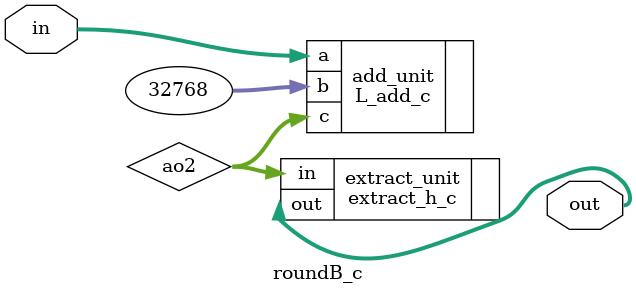
<source format=v>
module roundB_c
(
    input signed [31:0] in,
    output signed [15:0] out
);
wire signed [31:0] ao2;
L_add_c add_unit
(.a(in), .b(32'h00008000), .c(ao2));
extract_h_c extract_unit
(.in(ao2), .out(out));

endmodule

</source>
